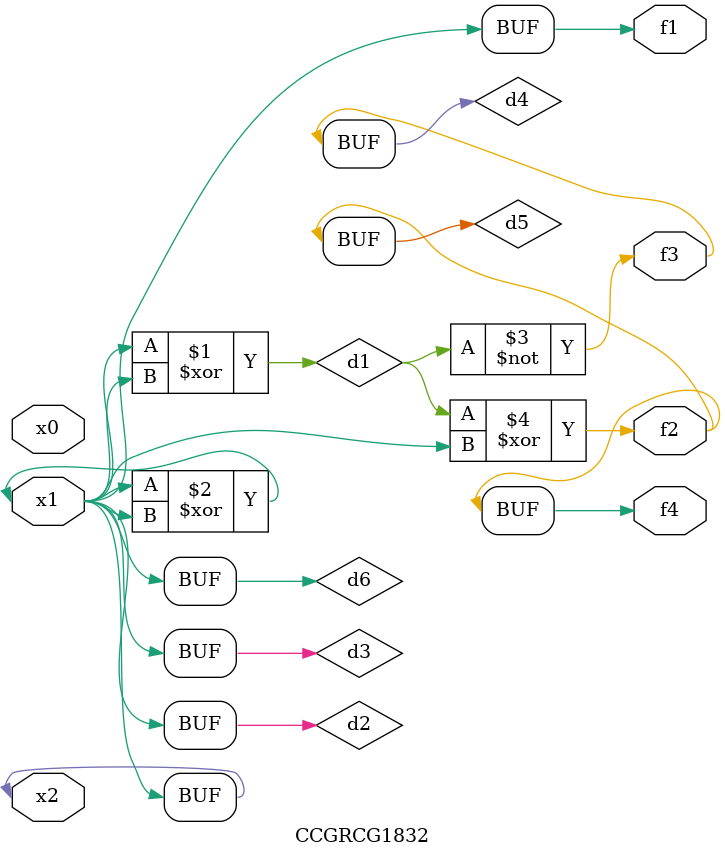
<source format=v>
module CCGRCG1832(
	input x0, x1, x2,
	output f1, f2, f3, f4
);

	wire d1, d2, d3, d4, d5, d6;

	xor (d1, x1, x2);
	buf (d2, x1, x2);
	xor (d3, x1, x2);
	nor (d4, d1);
	xor (d5, d1, d2);
	buf (d6, d2, d3);
	assign f1 = d6;
	assign f2 = d5;
	assign f3 = d4;
	assign f4 = d5;
endmodule

</source>
